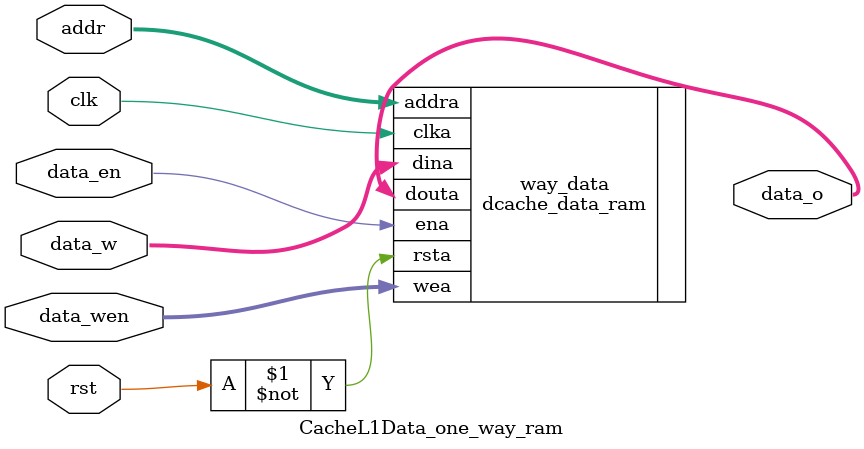
<source format=v>
`timescale 1ns/1ps

module CacheL1Data_ram (
    input clk,
    input rst,
    input [11:0] addr,
    //data sram
    input [1:0] data_en,
    input [7:0] data_wen,
    input [31:0] data0_w,
    input [31:0] data1_w,
    output [31:0] data0_o,
    output [31:0] data1_o
);

CacheL1Data_one_way_ram way_0(
    clk,rst,addr,
    data_en[0],data_wen[3:0],data0_w,data0_o
);

CacheL1Data_one_way_ram way_1(
    clk,rst,addr,
    data_en[1],data_wen[7:4],data1_w,data1_o
);

endmodule //CacheL1Data_ram

module CacheL1Data_one_way_ram (
    input clk,
    input rst,
    input [11:0] addr,
    //data sram
    input data_en,
    input [3:0] data_wen,
    input [31:0] data_w,
    output [31:0] data_o   
);
  dcache_data_ram way_data (
    .clka(clk),    // input wire clka
    .rsta(~rst),    // input wire rsta
    .ena(data_en),      // input wire ena
    .wea(data_wen),      // input wire [3 : 0] wea
    .addra(addr),  // input wire [11 : 0] addra
    .dina(data_w),    // input wire [31:0] dina
    .douta(data_o)  // output wire [31:0] douta
  );

endmodule //CacheL1Data_ram
</source>
